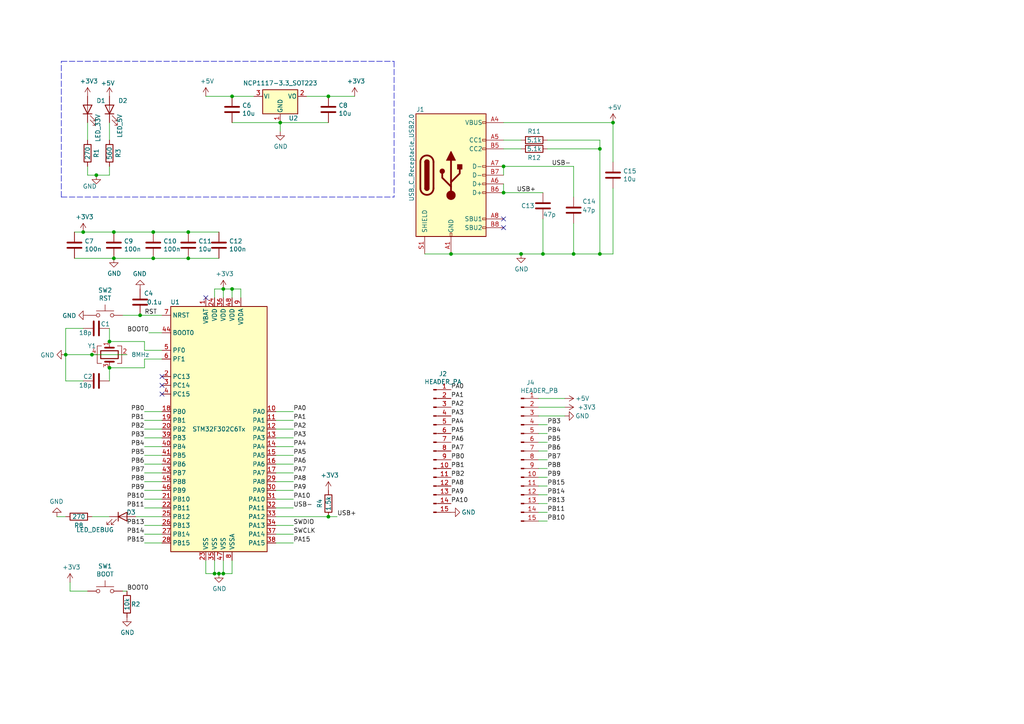
<source format=kicad_sch>
(kicad_sch (version 20211123) (generator eeschema)
  (paper "A4")
  (lib_symbols
    (symbol "Connector:Conn_01x15_Male" (pin_names (offset 1.016) hide)
      (property "Reference" "J" (at 0 20.32 0))
      (property "Value" "Conn_01x15_Male" (at 0 -20.32 0))
      (symbol "Conn_01x15_Male_1_1"
        (polyline (pts (xy 1.27 -17.78) (xy 0.8636 -17.78)) (stroke (width 0.1524)))
        (polyline (pts (xy 1.27 -15.24) (xy 0.8636 -15.24)) (stroke (width 0.1524)))
        (polyline (pts (xy 1.27 -12.7) (xy 0.8636 -12.7)) (stroke (width 0.1524)))
        (polyline (pts (xy 1.27 -10.16) (xy 0.8636 -10.16)) (stroke (width 0.1524)))
        (polyline (pts (xy 1.27 -7.62) (xy 0.8636 -7.62)) (stroke (width 0.1524)))
        (polyline (pts (xy 1.27 -5.08) (xy 0.8636 -5.08)) (stroke (width 0.1524)))
        (polyline (pts (xy 1.27 -2.54) (xy 0.8636 -2.54)) (stroke (width 0.1524)))
        (polyline (pts (xy 1.27 0) (xy 0.8636 0)) (stroke (width 0.1524)))
        (polyline (pts (xy 1.27 2.54) (xy 0.8636 2.54)) (stroke (width 0.1524)))
        (polyline (pts (xy 1.27 5.08) (xy 0.8636 5.08)) (stroke (width 0.1524)))
        (polyline (pts (xy 1.27 7.62) (xy 0.8636 7.62)) (stroke (width 0.1524)))
        (polyline (pts (xy 1.27 10.16) (xy 0.8636 10.16)) (stroke (width 0.1524)))
        (polyline (pts (xy 1.27 12.7) (xy 0.8636 12.7)) (stroke (width 0.1524)))
        (polyline (pts (xy 1.27 15.24) (xy 0.8636 15.24)) (stroke (width 0.1524)))
        (polyline (pts (xy 1.27 17.78) (xy 0.8636 17.78)) (stroke (width 0.1524)))
        (rectangle (start 0.8636 -17.653) (end 0 -17.907) (stroke (width 0.1524)) (fill (type outline)))
        (rectangle (start 0.8636 -15.113) (end 0 -15.367) (stroke (width 0.1524)) (fill (type outline)))
        (rectangle (start 0.8636 -12.573) (end 0 -12.827) (stroke (width 0.1524)) (fill (type outline)))
        (rectangle (start 0.8636 -10.033) (end 0 -10.287) (stroke (width 0.1524)) (fill (type outline)))
        (rectangle (start 0.8636 -7.493) (end 0 -7.747) (stroke (width 0.1524)) (fill (type outline)))
        (rectangle (start 0.8636 -4.953) (end 0 -5.207) (stroke (width 0.1524)) (fill (type outline)))
        (rectangle (start 0.8636 -2.413) (end 0 -2.667) (stroke (width 0.1524)) (fill (type outline)))
        (rectangle (start 0.8636 0.127) (end 0 -0.127) (stroke (width 0.1524)) (fill (type outline)))
        (rectangle (start 0.8636 2.667) (end 0 2.413) (stroke (width 0.1524)) (fill (type outline)))
        (rectangle (start 0.8636 5.207) (end 0 4.953) (stroke (width 0.1524)) (fill (type outline)))
        (rectangle (start 0.8636 7.747) (end 0 7.493) (stroke (width 0.1524)) (fill (type outline)))
        (rectangle (start 0.8636 10.287) (end 0 10.033) (stroke (width 0.1524)) (fill (type outline)))
        (rectangle (start 0.8636 12.827) (end 0 12.573) (stroke (width 0.1524)) (fill (type outline)))
        (rectangle (start 0.8636 15.367) (end 0 15.113) (stroke (width 0.1524)) (fill (type outline)))
        (rectangle (start 0.8636 17.907) (end 0 17.653) (stroke (width 0.1524)) (fill (type outline)))
        (pin passive line (at 5.08 17.78 180) (length 3.81) (name "Pin_1") (number "1"))
        (pin passive line (at 5.08 -5.08 180) (length 3.81) (name "Pin_10") (number "10"))
        (pin passive line (at 5.08 -7.62 180) (length 3.81) (name "Pin_11") (number "11"))
        (pin passive line (at 5.08 -10.16 180) (length 3.81) (name "Pin_12") (number "12"))
        (pin passive line (at 5.08 -12.7 180) (length 3.81) (name "Pin_13") (number "13"))
        (pin passive line (at 5.08 -15.24 180) (length 3.81) (name "Pin_14") (number "14"))
        (pin passive line (at 5.08 -17.78 180) (length 3.81) (name "Pin_15") (number "15"))
        (pin passive line (at 5.08 15.24 180) (length 3.81) (name "Pin_2") (number "2"))
        (pin passive line (at 5.08 12.7 180) (length 3.81) (name "Pin_3") (number "3"))
        (pin passive line (at 5.08 10.16 180) (length 3.81) (name "Pin_4") (number "4"))
        (pin passive line (at 5.08 7.62 180) (length 3.81) (name "Pin_5") (number "5"))
        (pin passive line (at 5.08 5.08 180) (length 3.81) (name "Pin_6") (number "6"))
        (pin passive line (at 5.08 2.54 180) (length 3.81) (name "Pin_7") (number "7"))
        (pin passive line (at 5.08 0 180) (length 3.81) (name "Pin_8") (number "8"))
        (pin passive line (at 5.08 -2.54 180) (length 3.81) (name "Pin_9") (number "9"))
      )
    )
    (symbol "Connector:USB_C_Receptacle_USB2.0" (pin_names (offset 1.016))
      (property "Reference" "J" (at -10.16 19.05 0))
      (property "Value" "USB_C_Receptacle_USB2.0" (at 19.05 19.05 0))
      (symbol "USB_C_Receptacle_USB2.0_0_0"
        (rectangle (start -0.254 -17.78) (end 0.254 -16.764))
        (rectangle (start 10.16 -14.986) (end 9.144 -15.494))
        (rectangle (start 10.16 -12.446) (end 9.144 -12.954))
        (rectangle (start 10.16 -4.826) (end 9.144 -5.334))
        (rectangle (start 10.16 -2.286) (end 9.144 -2.794))
        (rectangle (start 10.16 0.254) (end 9.144 -0.254))
        (rectangle (start 10.16 2.794) (end 9.144 2.286))
        (rectangle (start 10.16 7.874) (end 9.144 7.366))
        (rectangle (start 10.16 10.414) (end 9.144 9.906))
        (rectangle (start 10.16 15.494) (end 9.144 14.986))
      )
      (symbol "USB_C_Receptacle_USB2.0_0_1"
        (rectangle (start -10.16 17.78) (end 10.16 -17.78) (stroke (width 0.254)) (fill (type background)))
        (arc (start -8.89 -3.81) (mid -6.985 -5.715) (end -5.08 -3.81) (stroke (width 0.508)))
        (arc (start -7.62 -3.81) (mid -6.985 -4.445) (end -6.35 -3.81) (stroke (width 0.254)))
        (arc (start -7.62 -3.81) (mid -6.985 -4.445) (end -6.35 -3.81) (stroke (width 0.254)) (fill (type outline)))
        (rectangle (start -7.62 -3.81) (end -6.35 3.81) (stroke (width 0.254)) (fill (type outline)))
        (arc (start -6.35 3.81) (mid -6.985 4.445) (end -7.62 3.81) (stroke (width 0.254)))
        (arc (start -6.35 3.81) (mid -6.985 4.445) (end -7.62 3.81) (stroke (width 0.254)) (fill (type outline)))
        (arc (start -5.08 3.81) (mid -6.985 5.715) (end -8.89 3.81) (stroke (width 0.508)))
        (circle (center -2.54 1.143) (radius 0.635) (stroke (width 0.254)) (fill (type outline)))
        (circle (center 0 -5.842) (radius 1.27) (fill (type outline)))
        (polyline (pts (xy -8.89 -3.81) (xy -8.89 3.81)) (stroke (width 0.508)))
        (polyline (pts (xy -5.08 3.81) (xy -5.08 -3.81)) (stroke (width 0.508)))
        (polyline (pts (xy 0 -5.842) (xy 0 4.318)) (stroke (width 0.508)))
        (polyline (pts (xy 0 -3.302) (xy -2.54 -0.762) (xy -2.54 0.508)) (stroke (width 0.508)))
        (polyline (pts (xy 0 -2.032) (xy 2.54 0.508) (xy 2.54 1.778)) (stroke (width 0.508)))
        (polyline (pts (xy -1.27 4.318) (xy 0 6.858) (xy 1.27 4.318) (xy -1.27 4.318)) (stroke (width 0.254)) (fill (type outline)))
        (rectangle (start 1.905 1.778) (end 3.175 3.048) (stroke (width 0.254)) (fill (type outline)))
      )
      (symbol "USB_C_Receptacle_USB2.0_1_1"
        (pin passive line (at 0 -22.86 90) (length 5.08) (name "GND") (number "A1"))
        (pin passive line (at 0 -22.86 90) (length 5.08) hide (name "GND") (number "A12"))
        (pin passive line (at 15.24 15.24 180) (length 5.08) (name "VBUS") (number "A4"))
        (pin bidirectional line (at 15.24 10.16 180) (length 5.08) (name "CC1") (number "A5"))
        (pin bidirectional line (at 15.24 -2.54 180) (length 5.08) (name "D+") (number "A6"))
        (pin bidirectional line (at 15.24 2.54 180) (length 5.08) (name "D-") (number "A7"))
        (pin bidirectional line (at 15.24 -12.7 180) (length 5.08) (name "SBU1") (number "A8"))
        (pin passive line (at 15.24 15.24 180) (length 5.08) hide (name "VBUS") (number "A9"))
        (pin passive line (at 0 -22.86 90) (length 5.08) hide (name "GND") (number "B1"))
        (pin passive line (at 0 -22.86 90) (length 5.08) hide (name "GND") (number "B12"))
        (pin passive line (at 15.24 15.24 180) (length 5.08) hide (name "VBUS") (number "B4"))
        (pin bidirectional line (at 15.24 7.62 180) (length 5.08) (name "CC2") (number "B5"))
        (pin bidirectional line (at 15.24 -5.08 180) (length 5.08) (name "D+") (number "B6"))
        (pin bidirectional line (at 15.24 0 180) (length 5.08) (name "D-") (number "B7"))
        (pin bidirectional line (at 15.24 -15.24 180) (length 5.08) (name "SBU2") (number "B8"))
        (pin passive line (at 15.24 15.24 180) (length 5.08) hide (name "VBUS") (number "B9"))
        (pin passive line (at -7.62 -22.86 90) (length 5.08) (name "SHIELD") (number "S1"))
      )
    )
    (symbol "Device:C" (pin_numbers hide) (pin_names (offset 0.254))
      (property "Reference" "C" (at 0.635 2.54 0))
      (property "Value" "C" (at 0.635 -2.54 0))
      (symbol "C_0_1"
        (polyline (pts (xy -2.032 -0.762) (xy 2.032 -0.762)) (stroke (width 0.508)))
        (polyline (pts (xy -2.032 0.762) (xy 2.032 0.762)) (stroke (width 0.508)))
      )
      (symbol "C_1_1"
        (pin passive line (at 0 3.81 270) (length 2.794) (name "~") (number "1"))
        (pin passive line (at 0 -3.81 90) (length 2.794) (name "~") (number "2"))
      )
    )
    (symbol "Device:Crystal_GND24" (pin_names (offset 1.016) hide)
      (property "Reference" "Y" (at 3.175 5.08 0))
      (property "Value" "Crystal_GND24" (at 3.175 3.175 0))
      (symbol "Crystal_GND24_0_1"
        (rectangle (start -1.143 2.54) (end 1.143 -2.54) (stroke (width 0.3048)))
        (polyline (pts (xy -2.54 0) (xy -2.032 0)))
        (polyline (pts (xy -2.032 -1.27) (xy -2.032 1.27)) (stroke (width 0.508)))
        (polyline (pts (xy 0 -3.81) (xy 0 -3.556)))
        (polyline (pts (xy 0 3.556) (xy 0 3.81)))
        (polyline (pts (xy 2.032 -1.27) (xy 2.032 1.27)) (stroke (width 0.508)))
        (polyline (pts (xy 2.032 0) (xy 2.54 0)))
        (polyline (pts (xy -2.54 -2.286) (xy -2.54 -3.556) (xy 2.54 -3.556) (xy 2.54 -2.286)))
        (polyline (pts (xy -2.54 2.286) (xy -2.54 3.556) (xy 2.54 3.556) (xy 2.54 2.286)))
      )
      (symbol "Crystal_GND24_1_1"
        (pin passive line (at -3.81 0 0) (length 1.27) (name "1") (number "1"))
        (pin passive line (at 0 5.08 270) (length 1.27) (name "2") (number "2"))
        (pin passive line (at 3.81 0 180) (length 1.27) (name "3") (number "3"))
        (pin passive line (at 0 -5.08 90) (length 1.27) (name "4") (number "4"))
      )
    )
    (symbol "Device:LED" (pin_numbers hide) (pin_names (offset 1.016) hide)
      (property "Reference" "D" (at 0 2.54 0))
      (property "Value" "LED" (at 0 -2.54 0))
      (symbol "LED_0_1"
        (polyline (pts (xy -1.27 -1.27) (xy -1.27 1.27)) (stroke (width 0.254)))
        (polyline (pts (xy -1.27 0) (xy 1.27 0)))
        (polyline (pts (xy 1.27 -1.27) (xy 1.27 1.27) (xy -1.27 0) (xy 1.27 -1.27)) (stroke (width 0.254)))
        (polyline (pts (xy -3.048 -0.762) (xy -4.572 -2.286) (xy -3.81 -2.286) (xy -4.572 -2.286) (xy -4.572 -1.524)))
        (polyline (pts (xy -1.778 -0.762) (xy -3.302 -2.286) (xy -2.54 -2.286) (xy -3.302 -2.286) (xy -3.302 -1.524)))
      )
      (symbol "LED_1_1"
        (pin passive line (at -3.81 0 0) (length 2.54) (name "K") (number "1"))
        (pin passive line (at 3.81 0 180) (length 2.54) (name "A") (number "2"))
      )
    )
    (symbol "Device:R" (pin_numbers hide) (pin_names (offset 0))
      (property "Reference" "R" (at 2.032 0 90))
      (property "Value" "R" (at 0 0 90))
      (symbol "R_0_1"
        (rectangle (start -1.016 -2.54) (end 1.016 2.54) (stroke (width 0.254)))
      )
      (symbol "R_1_1"
        (pin passive line (at 0 3.81 270) (length 1.27) (name "~") (number "1"))
        (pin passive line (at 0 -3.81 90) (length 1.27) (name "~") (number "2"))
      )
    )
    (symbol "MCU_ST_STM32F3:STM32F302C6Tx"
      (property "Reference" "U" (at -15.24 36.83 0))
      (property "Value" "STM32F302C6Tx" (at 7.62 36.83 0))
      (symbol "STM32F302C6Tx_0_1"
        (rectangle (start -15.24 -35.56) (end 12.7 35.56) (stroke (width 0.254)) (fill (type background)))
      )
      (symbol "STM32F302C6Tx_1_1"
        (pin power_in line (at -5.08 38.1 270) (length 2.54) (name "VBAT") (number "1"))
        (pin bidirectional line (at 15.24 5.08 180) (length 2.54) (name "PA0") (number "10"))
        (pin bidirectional line (at 15.24 2.54 180) (length 2.54) (name "PA1") (number "11"))
        (pin bidirectional line (at 15.24 0 180) (length 2.54) (name "PA2") (number "12"))
        (pin bidirectional line (at 15.24 -2.54 180) (length 2.54) (name "PA3") (number "13"))
        (pin bidirectional line (at 15.24 -5.08 180) (length 2.54) (name "PA4") (number "14"))
        (pin bidirectional line (at 15.24 -7.62 180) (length 2.54) (name "PA5") (number "15"))
        (pin bidirectional line (at 15.24 -10.16 180) (length 2.54) (name "PA6") (number "16"))
        (pin bidirectional line (at 15.24 -12.7 180) (length 2.54) (name "PA7") (number "17"))
        (pin bidirectional line (at -17.78 5.08 0) (length 2.54) (name "PB0") (number "18"))
        (pin bidirectional line (at -17.78 2.54 0) (length 2.54) (name "PB1") (number "19"))
        (pin bidirectional line (at -17.78 15.24 0) (length 2.54) (name "PC13") (number "2"))
        (pin bidirectional line (at -17.78 0 0) (length 2.54) (name "PB2") (number "20"))
        (pin bidirectional line (at -17.78 -20.32 0) (length 2.54) (name "PB10") (number "21"))
        (pin bidirectional line (at -17.78 -22.86 0) (length 2.54) (name "PB11") (number "22"))
        (pin power_in line (at -5.08 -38.1 90) (length 2.54) (name "VSS") (number "23"))
        (pin power_in line (at -2.54 38.1 270) (length 2.54) (name "VDD") (number "24"))
        (pin bidirectional line (at -17.78 -25.4 0) (length 2.54) (name "PB12") (number "25"))
        (pin bidirectional line (at -17.78 -27.94 0) (length 2.54) (name "PB13") (number "26"))
        (pin bidirectional line (at -17.78 -30.48 0) (length 2.54) (name "PB14") (number "27"))
        (pin bidirectional line (at -17.78 -33.02 0) (length 2.54) (name "PB15") (number "28"))
        (pin bidirectional line (at 15.24 -15.24 180) (length 2.54) (name "PA8") (number "29"))
        (pin bidirectional line (at -17.78 12.7 0) (length 2.54) (name "PC14") (number "3"))
        (pin bidirectional line (at 15.24 -17.78 180) (length 2.54) (name "PA9") (number "30"))
        (pin bidirectional line (at 15.24 -20.32 180) (length 2.54) (name "PA10") (number "31"))
        (pin bidirectional line (at 15.24 -22.86 180) (length 2.54) (name "PA11") (number "32"))
        (pin bidirectional line (at 15.24 -25.4 180) (length 2.54) (name "PA12") (number "33"))
        (pin bidirectional line (at 15.24 -27.94 180) (length 2.54) (name "PA13") (number "34"))
        (pin power_in line (at -2.54 -38.1 90) (length 2.54) (name "VSS") (number "35"))
        (pin power_in line (at 0 38.1 270) (length 2.54) (name "VDD") (number "36"))
        (pin bidirectional line (at 15.24 -30.48 180) (length 2.54) (name "PA14") (number "37"))
        (pin bidirectional line (at 15.24 -33.02 180) (length 2.54) (name "PA15") (number "38"))
        (pin bidirectional line (at -17.78 -2.54 0) (length 2.54) (name "PB3") (number "39"))
        (pin bidirectional line (at -17.78 10.16 0) (length 2.54) (name "PC15") (number "4"))
        (pin bidirectional line (at -17.78 -5.08 0) (length 2.54) (name "PB4") (number "40"))
        (pin bidirectional line (at -17.78 -7.62 0) (length 2.54) (name "PB5") (number "41"))
        (pin bidirectional line (at -17.78 -10.16 0) (length 2.54) (name "PB6") (number "42"))
        (pin bidirectional line (at -17.78 -12.7 0) (length 2.54) (name "PB7") (number "43"))
        (pin input line (at -17.78 27.94 0) (length 2.54) (name "BOOT0") (number "44"))
        (pin bidirectional line (at -17.78 -15.24 0) (length 2.54) (name "PB8") (number "45"))
        (pin bidirectional line (at -17.78 -17.78 0) (length 2.54) (name "PB9") (number "46"))
        (pin power_in line (at 0 -38.1 90) (length 2.54) (name "VSS") (number "47"))
        (pin power_in line (at 2.54 38.1 270) (length 2.54) (name "VDD") (number "48"))
        (pin input line (at -17.78 22.86 0) (length 2.54) (name "PF0") (number "5"))
        (pin input line (at -17.78 20.32 0) (length 2.54) (name "PF1") (number "6"))
        (pin input line (at -17.78 33.02 0) (length 2.54) (name "NRST") (number "7"))
        (pin power_in line (at 2.54 -38.1 90) (length 2.54) (name "VSSA") (number "8"))
        (pin power_in line (at 5.08 38.1 270) (length 2.54) (name "VDDA") (number "9"))
      )
    )
    (symbol "Regulator_Linear:NCP1117-3.3_SOT223" (pin_names (offset 0.254))
      (property "Reference" "U" (at -3.81 3.175 0))
      (property "Value" "NCP1117-3.3_SOT223" (at 0 3.175 0))
      (symbol "NCP1117-3.3_SOT223_0_1"
        (rectangle (start -5.08 -5.08) (end 5.08 1.905) (stroke (width 0.254)) (fill (type background)))
      )
      (symbol "NCP1117-3.3_SOT223_1_1"
        (pin power_in line (at 0 -7.62 90) (length 2.54) (name "GND") (number "1"))
        (pin power_out line (at 7.62 0 180) (length 2.54) (name "VO") (number "2"))
        (pin power_in line (at -7.62 0 0) (length 2.54) (name "VI") (number "3"))
      )
    )
    (symbol "Switch:SW_Push" (pin_numbers hide) (pin_names (offset 1.016) hide)
      (property "Reference" "SW" (at 1.27 2.54 0))
      (property "Value" "SW_Push" (at 0 -1.524 0))
      (symbol "SW_Push_0_1"
        (circle (center -2.032 0) (radius 0.508))
        (polyline (pts (xy 0 1.27) (xy 0 3.048)))
        (polyline (pts (xy 2.54 1.27) (xy -2.54 1.27)))
        (circle (center 2.032 0) (radius 0.508))
        (pin passive line (at -5.08 0 0) (length 2.54) (name "1") (number "1"))
        (pin passive line (at 5.08 0 180) (length 2.54) (name "2") (number "2"))
      )
    )
    (symbol "power:+3.3V" (power) (pin_names (offset 0))
      (property "Value" "+3.3V" (at 0 3.556 0))
      (symbol "+3.3V_0_1"
        (polyline (pts (xy -0.762 1.27) (xy 0 2.54)))
        (polyline (pts (xy 0 0) (xy 0 2.54)))
        (polyline (pts (xy 0 2.54) (xy 0.762 1.27)))
      )
      (symbol "+3.3V_1_1"
        (pin power_in line (at 0 0 90) (length 0) hide (name "+3V3") (number "1"))
      )
    )
    (symbol "power:+5V" (power) (pin_names (offset 0))
      (property "Value" "+5V" (at 0 3.556 0))
      (symbol "+5V_0_1"
        (polyline (pts (xy -0.762 1.27) (xy 0 2.54)))
        (polyline (pts (xy 0 0) (xy 0 2.54)))
        (polyline (pts (xy 0 2.54) (xy 0.762 1.27)))
      )
      (symbol "+5V_1_1"
        (pin power_in line (at 0 0 90) (length 0) hide (name "+5V") (number "1"))
      )
    )
    (symbol "power:GND" (power) (pin_names (offset 0))
      (property "Value" "GND" (at 0 -3.81 0))
      (symbol "GND_0_1"
        (polyline (pts (xy 0 0) (xy 0 -1.27) (xy 1.27 -1.27) (xy 0 -2.54) (xy -1.27 -1.27) (xy 0 -1.27)))
      )
      (symbol "GND_1_1"
        (pin power_in line (at 0 0 270) (length 0) hide (name "GND") (number "1"))
      )
    )
  )
  (junction (at 31.75 106.68))
  (junction (at 64.77 166.37))
  (junction (at 33.02 67.31))
  (junction (at 54.61 67.31))
  (junction (at 67.31 83.82))
  (junction (at 151.13 73.66))
  (junction (at 146.05 55.88))
  (junction (at 81.28 35.56))
  (junction (at 173.99 73.66))
  (junction (at 63.5 166.37))
  (junction (at 64.77 83.82))
  (junction (at 95.25 27.94))
  (junction (at 44.45 74.93))
  (junction (at 173.99 43.18))
  (junction (at 67.31 27.94))
  (junction (at 24.13 67.31))
  (junction (at 40.64 91.44))
  (junction (at 26.67 102.87))
  (junction (at 166.37 73.66))
  (junction (at 54.61 74.93))
  (junction (at 31.75 99.06))
  (junction (at 44.45 67.31))
  (junction (at 130.81 73.66))
  (junction (at 27.94 50.8))
  (junction (at 33.02 74.93))
  (junction (at 177.8 35.56))
  (junction (at 95.25 149.86))
  (junction (at 62.23 166.37))
  (junction (at 19.05 102.87))
  (junction (at 146.05 48.26))
  (junction (at 157.48 73.66))
  (no_connect (at 146.05 63.5))
  (no_connect (at 46.99 111.76))
  (no_connect (at 146.05 66.04))
  (no_connect (at 59.69 86.36))
  (no_connect (at 46.99 114.3))
  (no_connect (at 46.99 109.22))
  (wire (pts (xy 31.75 149.86) (xy 26.67 149.86)))
  (polyline (pts (xy 17.78 57.15) (xy 17.78 17.78)))
  (wire (pts (xy 64.77 162.56) (xy 64.77 166.37)))
  (wire (pts (xy 35.56 91.44) (xy 40.64 91.44)))
  (wire (pts (xy 21.59 67.31) (xy 24.13 67.31)))
  (wire (pts (xy 67.31 27.94) (xy 73.66 27.94)))
  (wire (pts (xy 63.5 166.37) (xy 64.77 166.37)))
  (wire (pts (xy 173.99 73.66) (xy 177.8 73.66)))
  (wire (pts (xy 59.69 166.37) (xy 62.23 166.37)))
  (polyline (pts (xy 17.78 17.78) (xy 114.3 17.78)))
  (wire (pts (xy 80.01 157.48) (xy 85.09 157.48)))
  (wire (pts (xy 67.31 83.82) (xy 67.31 86.36)))
  (wire (pts (xy 35.56 171.45) (xy 36.83 171.45)))
  (wire (pts (xy 31.75 95.25) (xy 31.75 99.06)))
  (wire (pts (xy 46.99 132.08) (xy 41.91 132.08)))
  (wire (pts (xy 25.4 48.26) (xy 25.4 50.8)))
  (wire (pts (xy 166.37 73.66) (xy 173.99 73.66)))
  (wire (pts (xy 173.99 43.18) (xy 173.99 73.66)))
  (wire (pts (xy 158.75 146.05) (xy 156.21 146.05)))
  (wire (pts (xy 26.67 102.87) (xy 19.05 102.87)))
  (wire (pts (xy 80.01 132.08) (xy 85.09 132.08)))
  (wire (pts (xy 158.75 148.59) (xy 156.21 148.59)))
  (wire (pts (xy 166.37 64.77) (xy 166.37 73.66)))
  (wire (pts (xy 177.8 73.66) (xy 177.8 54.61)))
  (wire (pts (xy 157.48 73.66) (xy 166.37 73.66)))
  (wire (pts (xy 62.23 162.56) (xy 62.23 166.37)))
  (wire (pts (xy 46.99 129.54) (xy 41.91 129.54)))
  (wire (pts (xy 46.99 142.24) (xy 41.91 142.24)))
  (wire (pts (xy 80.01 154.94) (xy 85.09 154.94)))
  (wire (pts (xy 158.75 130.81) (xy 156.21 130.81)))
  (wire (pts (xy 33.02 67.31) (xy 44.45 67.31)))
  (wire (pts (xy 46.99 139.7) (xy 41.91 139.7)))
  (wire (pts (xy 46.99 119.38) (xy 41.91 119.38)))
  (wire (pts (xy 146.05 50.8) (xy 146.05 48.26)))
  (wire (pts (xy 62.23 86.36) (xy 62.23 83.82)))
  (wire (pts (xy 146.05 40.64) (xy 151.13 40.64)))
  (wire (pts (xy 146.05 53.34) (xy 146.05 55.88)))
  (wire (pts (xy 95.25 35.56) (xy 81.28 35.56)))
  (wire (pts (xy 54.61 67.31) (xy 63.5 67.31)))
  (wire (pts (xy 177.8 35.56) (xy 177.8 46.99)))
  (wire (pts (xy 146.05 43.18) (xy 151.13 43.18)))
  (wire (pts (xy 25.4 35.56) (xy 25.4 40.64)))
  (wire (pts (xy 46.99 121.92) (xy 41.91 121.92)))
  (wire (pts (xy 20.32 171.45) (xy 20.32 168.91)))
  (wire (pts (xy 80.01 137.16) (xy 85.09 137.16)))
  (wire (pts (xy 158.75 138.43) (xy 156.21 138.43)))
  (wire (pts (xy 19.05 110.49) (xy 24.13 110.49)))
  (wire (pts (xy 25.4 171.45) (xy 20.32 171.45)))
  (wire (pts (xy 31.75 35.56) (xy 31.75 40.64)))
  (wire (pts (xy 151.13 73.66) (xy 157.48 73.66)))
  (wire (pts (xy 95.25 149.86) (xy 97.79 149.86)))
  (wire (pts (xy 46.99 154.94) (xy 41.91 154.94)))
  (wire (pts (xy 158.75 133.35) (xy 156.21 133.35)))
  (wire (pts (xy 156.21 118.11) (xy 163.83 118.11)))
  (wire (pts (xy 36.83 102.87) (xy 26.67 102.87)))
  (wire (pts (xy 44.45 67.31) (xy 54.61 67.31)))
  (wire (pts (xy 46.99 101.6) (xy 41.91 101.6)))
  (wire (pts (xy 173.99 40.64) (xy 173.99 43.18)))
  (wire (pts (xy 80.01 144.78) (xy 85.09 144.78)))
  (wire (pts (xy 27.94 50.8) (xy 31.75 50.8)))
  (wire (pts (xy 80.01 134.62) (xy 85.09 134.62)))
  (wire (pts (xy 80.01 149.86) (xy 95.25 149.86)))
  (polyline (pts (xy 17.78 57.15) (xy 114.3 57.15)))
  (wire (pts (xy 46.99 152.4) (xy 41.91 152.4)))
  (wire (pts (xy 19.05 95.25) (xy 19.05 102.87)))
  (wire (pts (xy 80.01 147.32) (xy 85.09 147.32)))
  (wire (pts (xy 80.01 124.46) (xy 85.09 124.46)))
  (wire (pts (xy 80.01 119.38) (xy 85.09 119.38)))
  (wire (pts (xy 81.28 35.56) (xy 81.28 38.1)))
  (wire (pts (xy 80.01 139.7) (xy 85.09 139.7)))
  (wire (pts (xy 25.4 50.8) (xy 27.94 50.8)))
  (wire (pts (xy 158.75 123.19) (xy 156.21 123.19)))
  (wire (pts (xy 146.05 35.56) (xy 177.8 35.56)))
  (wire (pts (xy 44.45 74.93) (xy 33.02 74.93)))
  (wire (pts (xy 156.21 120.65) (xy 163.83 120.65)))
  (wire (pts (xy 80.01 127) (xy 85.09 127)))
  (wire (pts (xy 64.77 83.82) (xy 67.31 83.82)))
  (wire (pts (xy 158.75 43.18) (xy 173.99 43.18)))
  (wire (pts (xy 31.75 110.49) (xy 31.75 106.68)))
  (wire (pts (xy 24.13 67.31) (xy 33.02 67.31)))
  (wire (pts (xy 59.69 27.94) (xy 67.31 27.94)))
  (wire (pts (xy 80.01 142.24) (xy 85.09 142.24)))
  (wire (pts (xy 46.99 157.48) (xy 41.91 157.48)))
  (wire (pts (xy 69.85 83.82) (xy 69.85 86.36)))
  (wire (pts (xy 46.99 134.62) (xy 41.91 134.62)))
  (wire (pts (xy 21.59 74.93) (xy 33.02 74.93)))
  (wire (pts (xy 67.31 166.37) (xy 67.31 162.56)))
  (wire (pts (xy 80.01 152.4) (xy 85.09 152.4)))
  (wire (pts (xy 41.91 101.6) (xy 41.91 99.06)))
  (wire (pts (xy 80.01 129.54) (xy 85.09 129.54)))
  (wire (pts (xy 19.05 102.87) (xy 19.05 110.49)))
  (wire (pts (xy 46.99 137.16) (xy 41.91 137.16)))
  (wire (pts (xy 158.75 40.64) (xy 173.99 40.64)))
  (wire (pts (xy 146.05 48.26) (xy 166.37 48.26)))
  (wire (pts (xy 146.05 55.88) (xy 157.48 55.88)))
  (wire (pts (xy 81.28 35.56) (xy 67.31 35.56)))
  (wire (pts (xy 41.91 106.68) (xy 41.91 104.14)))
  (wire (pts (xy 156.21 115.57) (xy 163.83 115.57)))
  (wire (pts (xy 41.91 104.14) (xy 46.99 104.14)))
  (wire (pts (xy 46.99 124.46) (xy 41.91 124.46)))
  (wire (pts (xy 67.31 83.82) (xy 69.85 83.82)))
  (wire (pts (xy 54.61 74.93) (xy 63.5 74.93)))
  (wire (pts (xy 59.69 162.56) (xy 59.69 166.37)))
  (wire (pts (xy 158.75 125.73) (xy 156.21 125.73)))
  (wire (pts (xy 95.25 27.94) (xy 102.87 27.94)))
  (wire (pts (xy 88.9 27.94) (xy 95.25 27.94)))
  (wire (pts (xy 80.01 121.92) (xy 85.09 121.92)))
  (wire (pts (xy 157.48 63.5) (xy 157.48 73.66)))
  (wire (pts (xy 166.37 48.26) (xy 166.37 57.15)))
  (wire (pts (xy 123.19 73.66) (xy 130.81 73.66)))
  (wire (pts (xy 62.23 83.82) (xy 64.77 83.82)))
  (wire (pts (xy 46.99 96.52) (xy 43.18 96.52)))
  (wire (pts (xy 46.99 147.32) (xy 41.91 147.32)))
  (wire (pts (xy 46.99 144.78) (xy 41.91 144.78)))
  (wire (pts (xy 64.77 166.37) (xy 67.31 166.37)))
  (wire (pts (xy 39.37 149.86) (xy 46.99 149.86)))
  (wire (pts (xy 24.13 95.25) (xy 19.05 95.25)))
  (polyline (pts (xy 114.3 17.78) (xy 114.3 57.15)))
  (wire (pts (xy 64.77 86.36) (xy 64.77 83.82)))
  (wire (pts (xy 62.23 166.37) (xy 63.5 166.37)))
  (wire (pts (xy 44.45 74.93) (xy 54.61 74.93)))
  (wire (pts (xy 19.05 149.86) (xy 16.51 149.86)))
  (wire (pts (xy 31.75 50.8) (xy 31.75 48.26)))
  (wire (pts (xy 158.75 143.51) (xy 156.21 143.51)))
  (wire (pts (xy 158.75 151.13) (xy 156.21 151.13)))
  (wire (pts (xy 41.91 99.06) (xy 31.75 99.06)))
  (wire (pts (xy 158.75 128.27) (xy 156.21 128.27)))
  (wire (pts (xy 158.75 140.97) (xy 156.21 140.97)))
  (wire (pts (xy 46.99 127) (xy 41.91 127)))
  (wire (pts (xy 31.75 106.68) (xy 41.91 106.68)))
  (wire (pts (xy 130.81 73.66) (xy 151.13 73.66)))
  (wire (pts (xy 40.64 91.44) (xy 46.99 91.44)))
  (wire (pts (xy 158.75 135.89) (xy 156.21 135.89)))
  (label "PB0" (at 41.91 119.38 180))
  (label "PA9" (at 130.81 143.51 0))
  (label "PB5" (at 158.75 128.27 0))
  (label "PB5" (at 41.91 132.08 180))
  (label "SWCLK" (at 85.09 154.94 0))
  (label "PA15" (at 85.09 157.48 0))
  (label "PA7" (at 130.81 130.81 0))
  (label "PB4" (at 158.75 125.73 0))
  (label "PB1" (at 130.81 135.89 0))
  (label "PB4" (at 41.91 129.54 180))
  (label "PB14" (at 158.75 143.51 0))
  (label "PB15" (at 41.91 157.48 180))
  (label "USB-" (at 85.09 147.32 0))
  (label "PB9" (at 41.91 142.24 180))
  (label "RST" (at 41.91 91.44 0))
  (label "PB0" (at 130.81 133.35 0))
  (label "PA2" (at 130.81 118.11 0))
  (label "PA5" (at 130.81 125.73 0))
  (label "PA9" (at 85.09 142.24 0))
  (label "PB1" (at 41.91 121.92 180))
  (label "PB13" (at 41.91 152.4 180))
  (label "PA4" (at 85.09 129.54 0))
  (label "PB10" (at 41.91 144.78 180))
  (label "PB6" (at 41.91 134.62 180))
  (label "PA7" (at 85.09 137.16 0))
  (label "PB11" (at 158.75 148.59 0))
  (label "PB2" (at 41.91 124.46 180))
  (label "PA4" (at 130.81 123.19 0))
  (label "PA8" (at 85.09 139.7 0))
  (label "PB11" (at 41.91 147.32 180))
  (label "PB7" (at 158.75 133.35 0))
  (label "PA10" (at 85.09 144.78 0))
  (label "PB3" (at 41.91 127 180))
  (label "USB+" (at 97.79 149.86 0))
  (label "PA1" (at 130.81 115.57 0))
  (label "BOOT0" (at 36.83 171.45 0))
  (label "PA2" (at 85.09 124.46 0))
  (label "PB9" (at 158.75 138.43 0))
  (label "PB6" (at 158.75 130.81 0))
  (label "PB2" (at 130.81 138.43 0))
  (label "PB13" (at 158.75 146.05 0))
  (label "PA6" (at 85.09 134.62 0))
  (label "PA10" (at 130.81 146.05 0))
  (label "PA5" (at 85.09 132.08 0))
  (label "USB-" (at 160.02 48.26 0))
  (label "USB+" (at 149.86 55.88 0))
  (label "PA3" (at 130.81 120.65 0))
  (label "PB14" (at 41.91 154.94 180))
  (label "PA0" (at 130.81 113.03 0))
  (label "SWDIO" (at 85.09 152.4 0))
  (label "PA3" (at 85.09 127 0))
  (label "PB8" (at 41.91 139.7 180))
  (label "PB10" (at 158.75 151.13 0))
  (label "PB3" (at 158.75 123.19 0))
  (label "PA1" (at 85.09 121.92 0))
  (label "PB7" (at 41.91 137.16 180))
  (label "PA6" (at 130.81 128.27 0))
  (label "PB8" (at 158.75 135.89 0))
  (label "PA0" (at 85.09 119.38 0))
  (label "PB15" (at 158.75 140.97 0))
  (label "PA8" (at 130.81 140.97 0))
  (label "BOOT0" (at 43.18 96.52 180))
  (symbol (lib_id "Regulator_Linear:NCP1117-3.3_SOT223") (at 81.28 27.94 0) (unit 1)
    (property "Reference" "U2" (at 85.09 34.29 0))
    (property "Value" "NCP1117-3.3_SOT223" (at 81.28 24.1046 0))
    (property "Footprint" "Package_TO_SOT_SMD:SOT-223-3_TabPin2" (effects hide))
    (property "Datasheet" "http://www.onsemi.com/pub_link/Collateral/NCP1117-D.PDF" (effects hide))
  )
  (symbol (lib_id "power:+5V") (at 59.69 27.94 0) (unit 1)
    (property "Reference" "#PWR013" (effects hide))
    (property "Value" "+5V" (at 60.071 23.5458 0))
  )
  (symbol (lib_id "Device:C") (at 67.31 31.75 0) (unit 1)
    (property "Reference" "C6" (at 70.231 30.5816 0) (effects (justify left)))
    (property "Value" "10u" (at 70.231 32.893 0) (effects (justify left)))
    (property "Footprint" "Capacitor_SMD:C_0805_2012Metric_Pad1.18x1.45mm_HandSolder" (effects hide))
  )
  (symbol (lib_id "Device:C") (at 95.25 31.75 0) (unit 1)
    (property "Reference" "C8" (at 98.171 30.5816 0) (effects (justify left)))
    (property "Value" "10u" (at 98.171 32.893 0) (effects (justify left)))
    (property "Footprint" "Capacitor_SMD:C_0805_2012Metric_Pad1.18x1.45mm_HandSolder" (effects hide))
  )
  (symbol (lib_id "power:+3.3V") (at 102.87 27.94 0) (unit 1)
    (property "Reference" "#PWR020" (effects hide))
    (property "Value" "+3.3V" (at 103.251 23.5458 0))
  )
  (symbol (lib_id "power:GND") (at 81.28 38.1 0) (unit 1)
    (property "Reference" "#PWR016" (effects hide))
    (property "Value" "GND" (at 81.407 42.4942 0))
  )
  (symbol (lib_id "Device:C") (at 177.8 50.8 0) (unit 1)
    (property "Reference" "C15" (at 180.721 49.6316 0) (effects (justify left)))
    (property "Value" "10u" (at 180.721 51.943 0) (effects (justify left)))
    (property "Footprint" "Capacitor_SMD:C_0805_2012Metric_Pad1.18x1.45mm_HandSolder" (effects hide))
  )
  (symbol (lib_id "power:GND") (at 151.13 73.66 0) (unit 1)
    (property "Reference" "#PWR024" (effects hide))
    (property "Value" "GND" (at 151.257 78.0542 0))
  )
  (symbol (lib_id "Device:C") (at 157.48 59.69 0) (unit 1)
    (property "Reference" "C13" (at 151.13 59.69 0) (effects (justify left)))
    (property "Value" "47p" (at 157.48 62.23 0) (effects (justify left)))
    (property "Footprint" "Capacitor_SMD:C_0805_2012Metric_Pad1.18x1.45mm_HandSolder" (effects hide))
  )
  (symbol (lib_id "Device:C") (at 166.37 60.96 0) (unit 1)
    (property "Reference" "C14" (at 168.91 58.42 0) (effects (justify left)))
    (property "Value" "47p" (at 168.91 60.96 0) (effects (justify left)))
    (property "Footprint" "Capacitor_SMD:C_0805_2012Metric_Pad1.18x1.45mm_HandSolder" (effects hide))
  )
  (symbol (lib_id "power:+5V") (at 177.8 35.56 0) (unit 1)
    (property "Reference" "#PWR028" (effects hide))
    (property "Value" "+5V" (at 178.181 31.1658 0))
  )
  (symbol (lib_id "Switch:SW_Push") (at 30.48 91.44 0) (unit 1)
    (property "Reference" "SW2" (at 30.48 84.201 0))
    (property "Value" "RST" (at 30.48 86.5124 0))
    (property "Footprint" "Button_Switch_SMD:SW_SPST_CK_RS282G05A3" (effects hide))
  )
  (symbol (lib_id "Switch:SW_Push") (at 30.48 171.45 0) (unit 1)
    (property "Reference" "SW1" (at 30.48 164.211 0))
    (property "Value" "BOOT" (at 30.48 166.5224 0))
    (property "Footprint" "Button_Switch_SMD:SW_SPST_CK_RS282G05A3" (effects hide))
  )
  (symbol (lib_id "Device:R") (at 36.83 175.26 180) (unit 1)
    (property "Reference" "R2" (at 39.37 175.26 0))
    (property "Value" "10k" (at 36.83 175.26 90))
    (property "Footprint" "Resistor_SMD:R_0603_1608Metric_Pad0.98x0.95mm_HandSolder" (effects hide))
  )
  (symbol (lib_id "power:+3.3V") (at 64.77 83.82 0) (unit 1)
    (property "Reference" "#PWR015" (effects hide))
    (property "Value" "+3.3V" (at 65.151 79.4258 0))
  )
  (symbol (lib_id "power:+3.3V") (at 20.32 168.91 0) (unit 1)
    (property "Reference" "#PWR01" (effects hide))
    (property "Value" "+3.3V" (at 20.701 164.5158 0))
  )
  (symbol (lib_id "Device:Crystal_GND24") (at 31.75 102.87 270) (unit 1)
    (property "Reference" "Y1" (at 25.4 100.33 90) (effects (justify left)))
    (property "Value" "8MHz" (at 38.1 102.87 90) (effects (justify left)))
    (property "Footprint" "Crystal:Crystal_SMD_5032-4Pin_5.0x3.2mm" (effects hide))
  )
  (symbol (lib_id "Device:C") (at 27.94 95.25 270) (unit 1)
    (property "Reference" "C1" (at 29.21 93.98 90) (effects (justify left)))
    (property "Value" "18p" (at 22.86 96.52 90) (effects (justify left)))
    (property "Footprint" "Capacitor_SMD:C_0805_2012Metric_Pad1.18x1.45mm_HandSolder" (effects hide))
  )
  (symbol (lib_id "Device:C") (at 27.94 110.49 270) (unit 1)
    (property "Reference" "C2" (at 24.13 109.22 90) (effects (justify left)))
    (property "Value" "18p" (at 22.86 111.76 90) (effects (justify left)))
    (property "Footprint" "Capacitor_SMD:C_0805_2012Metric_Pad1.18x1.45mm_HandSolder" (effects hide))
  )
  (symbol (lib_id "power:GND") (at 19.05 102.87 270) (unit 1)
    (property "Reference" "#PWR02" (effects hide))
    (property "Value" "GND" (at 15.7988 102.997 90) (effects (justify right)))
  )
  (symbol (lib_id "power:GND") (at 25.4 91.44 270) (unit 1)
    (property "Reference" "#PWR04" (effects hide))
    (property "Value" "GND" (at 22.1488 91.567 90) (effects (justify right)))
  )
  (symbol (lib_id "Device:C") (at 40.64 87.63 180) (unit 1)
    (property "Reference" "C4" (at 44.45 85.09 0) (effects (justify left)))
    (property "Value" "0.1u" (at 46.99 87.63 0) (effects (justify left)))
    (property "Footprint" "Capacitor_SMD:C_0805_2012Metric_Pad1.18x1.45mm_HandSolder" (effects hide))
  )
  (symbol (lib_id "power:GND") (at 40.64 83.82 180) (unit 1)
    (property "Reference" "#PWR010" (effects hide))
    (property "Value" "GND" (at 40.513 79.4258 0))
  )
  (symbol (lib_id "Device:C") (at 21.59 71.12 0) (unit 1)
    (property "Reference" "C7" (at 24.511 69.9516 0) (effects (justify left)))
    (property "Value" "100n" (at 24.511 72.263 0) (effects (justify left)))
    (property "Footprint" "Capacitor_SMD:C_0805_2012Metric_Pad1.18x1.45mm_HandSolder" (effects hide))
  )
  (symbol (lib_id "Device:C") (at 33.02 71.12 0) (unit 1)
    (property "Reference" "C9" (at 35.941 69.9516 0) (effects (justify left)))
    (property "Value" "100n" (at 35.941 72.263 0) (effects (justify left)))
    (property "Footprint" "Capacitor_SMD:C_0805_2012Metric_Pad1.18x1.45mm_HandSolder" (effects hide))
  )
  (symbol (lib_id "Device:C") (at 44.45 71.12 0) (unit 1)
    (property "Reference" "C10" (at 47.371 69.9516 0) (effects (justify left)))
    (property "Value" "100n" (at 47.371 72.263 0) (effects (justify left)))
    (property "Footprint" "Capacitor_SMD:C_0805_2012Metric_Pad1.18x1.45mm_HandSolder" (effects hide))
  )
  (symbol (lib_id "MCU_ST_STM32F3:STM32F302C6Tx") (at 64.77 124.46 0) (unit 1)
    (property "Reference" "U1" (at 50.8 87.63 0))
    (property "Value" "STM32F302C6Tx" (at 63.5 124.46 0))
    (property "Footprint" "Package_QFP:LQFP-48_7x7mm_P0.5mm" (effects hide))
    (property "Datasheet" "http://www.st.com/st-web-ui/static/active/en/resource/technical/document/datasheet/DM00093333.pdf" (effects hide))
  )
  (symbol (lib_id "power:+3.3V") (at 24.13 67.31 0) (unit 1)
    (property "Reference" "#PWR017" (effects hide))
    (property "Value" "+3.3V" (at 24.511 62.9158 0))
  )
  (symbol (lib_id "power:GND") (at 33.02 74.93 0) (unit 1)
    (property "Reference" "#PWR018" (effects hide))
    (property "Value" "GND" (at 33.147 79.3242 0))
  )
  (symbol (lib_id "Connector:USB_C_Receptacle_USB2.0") (at 130.81 50.8 0) (unit 1)
    (property "Reference" "J1" (at 121.92 31.75 0))
    (property "Value" "USB_C_Receptacle_USB2.0" (at 119.38 45.72 90))
    (property "Footprint" "Connector_USB:USB_C_Receptacle_GCT_USB4085" (effects hide))
    (property "Datasheet" "https://www.usb.org/sites/default/files/documents/usb_type-c.zip" (effects hide))
  )
  (symbol (lib_id "Device:LED") (at 31.75 31.75 90) (unit 1)
    (property "Reference" "D2" (at 34.29 29.21 90) (effects (justify right)))
    (property "Value" "LED_5V" (at 34.7472 33.0708 0) (effects (justify right)))
    (property "Footprint" "LED_SMD:LED_0805_2012Metric" (effects hide))
  )
  (symbol (lib_id "Device:R") (at 31.75 44.45 180) (unit 1)
    (property "Reference" "R3" (at 34.29 44.45 90))
    (property "Value" "560" (at 31.75 44.45 90))
    (property "Footprint" "Resistor_SMD:R_0603_1608Metric_Pad0.98x0.95mm_HandSolder" (effects hide))
  )
  (symbol (lib_id "power:+5V") (at 31.75 27.94 0) (unit 1)
    (property "Reference" "#PWR07" (effects hide))
    (property "Value" "+5V" (at 29.21 24.13 0) (effects (justify left)))
  )
  (symbol (lib_id "power:GND") (at 27.94 50.8 0) (unit 1)
    (property "Reference" "#PWR05" (effects hide))
    (property "Value" "GND" (at 28.067 54.0512 0) (effects (justify right)))
  )
  (symbol (lib_id "Device:LED") (at 25.4 31.75 90) (unit 1)
    (property "Reference" "D1" (at 27.94 29.21 90) (effects (justify right)))
    (property "Value" "LED_33V" (at 28.3972 33.0708 0) (effects (justify right)))
    (property "Footprint" "LED_SMD:LED_0805_2012Metric" (effects hide))
  )
  (symbol (lib_id "Device:R") (at 25.4 44.45 180) (unit 1)
    (property "Reference" "R1" (at 27.94 44.45 90))
    (property "Value" "270" (at 25.4 44.45 90))
    (property "Footprint" "Resistor_SMD:R_0603_1608Metric_Pad0.98x0.95mm_HandSolder" (effects hide))
  )
  (symbol (lib_id "power:+3.3V") (at 25.4 27.94 0) (unit 1)
    (property "Reference" "#PWR03" (effects hide))
    (property "Value" "+3.3V" (at 25.781 23.5458 0))
  )
  (symbol (lib_id "Device:LED") (at 35.56 149.86 0) (unit 1)
    (property "Reference" "D3" (at 39.37 148.59 0) (effects (justify right)))
    (property "Value" "LED_DEBUG" (at 33.02 153.67 0) (effects (justify right)))
    (property "Footprint" "LED_SMD:LED_0805_2012Metric" (effects hide))
  )
  (symbol (lib_id "Device:R") (at 22.86 149.86 90) (unit 1)
    (property "Reference" "R8" (at 22.86 152.4 90))
    (property "Value" "270" (at 22.86 149.86 90))
    (property "Footprint" "Resistor_SMD:R_0603_1608Metric_Pad0.98x0.95mm_HandSolder" (effects hide))
  )
  (symbol (lib_id "power:GND") (at 16.51 149.86 180) (unit 1)
    (property "Reference" "#PWR021" (effects hide))
    (property "Value" "GND" (at 16.383 145.4658 0))
  )
  (symbol (lib_id "Device:R") (at 154.94 40.64 90) (unit 1)
    (property "Reference" "R11" (at 154.94 38.1 90))
    (property "Value" "5.1k" (at 154.94 40.64 90))
    (property "Footprint" "Resistor_SMD:R_0603_1608Metric_Pad0.98x0.95mm_HandSolder" (effects hide))
  )
  (symbol (lib_id "Device:R") (at 154.94 43.18 90) (unit 1)
    (property "Reference" "R12" (at 154.94 45.72 90))
    (property "Value" "5.1k" (at 154.94 43.18 90))
    (property "Footprint" "Resistor_SMD:R_0603_1608Metric_Pad0.98x0.95mm_HandSolder" (effects hide))
  )
  (symbol (lib_id "power:GND") (at 36.83 179.07 0) (unit 1)
    (property "Reference" "#PWR06" (effects hide))
    (property "Value" "GND" (at 36.957 183.4642 0))
  )
  (symbol (lib_id "power:GND") (at 63.5 166.37 0) (unit 1)
    (property "Reference" "#PWR014" (effects hide))
    (property "Value" "GND" (at 63.627 170.7642 0))
  )
  (symbol (lib_id "Device:R") (at 95.25 146.05 0) (unit 1)
    (property "Reference" "R4" (at 92.71 146.05 90))
    (property "Value" "1.5k" (at 95.25 146.05 90))
    (property "Footprint" "Resistor_SMD:R_0603_1608Metric_Pad0.98x0.95mm_HandSolder" (effects hide))
  )
  (symbol (lib_id "power:+3.3V") (at 95.25 142.24 0) (unit 1)
    (property "Reference" "#PWR019" (effects hide))
    (property "Value" "+3.3V" (at 95.631 137.8458 0))
  )
  (symbol (lib_id "Device:C") (at 54.61 71.12 0) (unit 1)
    (property "Reference" "C11" (at 57.531 69.9516 0) (effects (justify left)))
    (property "Value" "10u" (at 57.531 72.263 0) (effects (justify left)))
    (property "Footprint" "Capacitor_SMD:C_0805_2012Metric_Pad1.18x1.45mm_HandSolder" (effects hide))
  )
  (symbol (lib_id "Device:C") (at 63.5 71.12 0) (unit 1)
    (property "Reference" "C12" (at 66.421 69.9516 0) (effects (justify left)))
    (property "Value" "100n" (at 66.421 72.263 0) (effects (justify left)))
    (property "Footprint" "Capacitor_SMD:C_0805_2012Metric_Pad1.18x1.45mm_HandSolder" (effects hide))
  )
  (symbol (lib_id "Connector:Conn_01x15_Male") (at 125.73 130.81 0) (unit 1)
    (property "Reference" "J2" (at 128.4732 108.4326 0))
    (property "Value" "HEADER_PA" (at 128.4732 110.744 0))
    (property "Footprint" "Connector_PinHeader_2.54mm:PinHeader_1x15_P2.54mm_Vertical" (effects hide))
  )
  (symbol (lib_id "Connector:Conn_01x15_Male") (at 151.13 133.35 0) (unit 1)
    (property "Reference" "J4" (at 153.8732 110.9726 0))
    (property "Value" "HEADER_PB" (at 156.4132 113.284 0))
    (property "Footprint" "Connector_PinHeader_2.54mm:PinHeader_1x15_P2.54mm_Vertical" (effects hide))
  )
  (symbol (lib_id "power:GND") (at 163.83 120.65 90) (mirror x) (unit 1)
    (property "Reference" "#PWR0101" (effects hide))
    (property "Value" "GND" (at 168.91 120.65 90))
  )
  (symbol (lib_id "power:+3.3V") (at 163.83 118.11 270) (mirror x) (unit 1)
    (property "Reference" "#PWR0102" (effects hide))
    (property "Value" "+3.3V" (at 170.18 118.11 90))
  )
  (symbol (lib_id "power:+5V") (at 163.83 115.57 270) (mirror x) (unit 1)
    (property "Reference" "#PWR0103" (effects hide))
    (property "Value" "+5V" (at 168.91 115.57 90))
  )
  (symbol (lib_id "power:GND") (at 130.81 148.59 90) (mirror x) (unit 1)
    (property "Reference" "#PWR0104" (effects hide))
    (property "Value" "GND" (at 135.89 148.59 90))
  )
)
</source>
